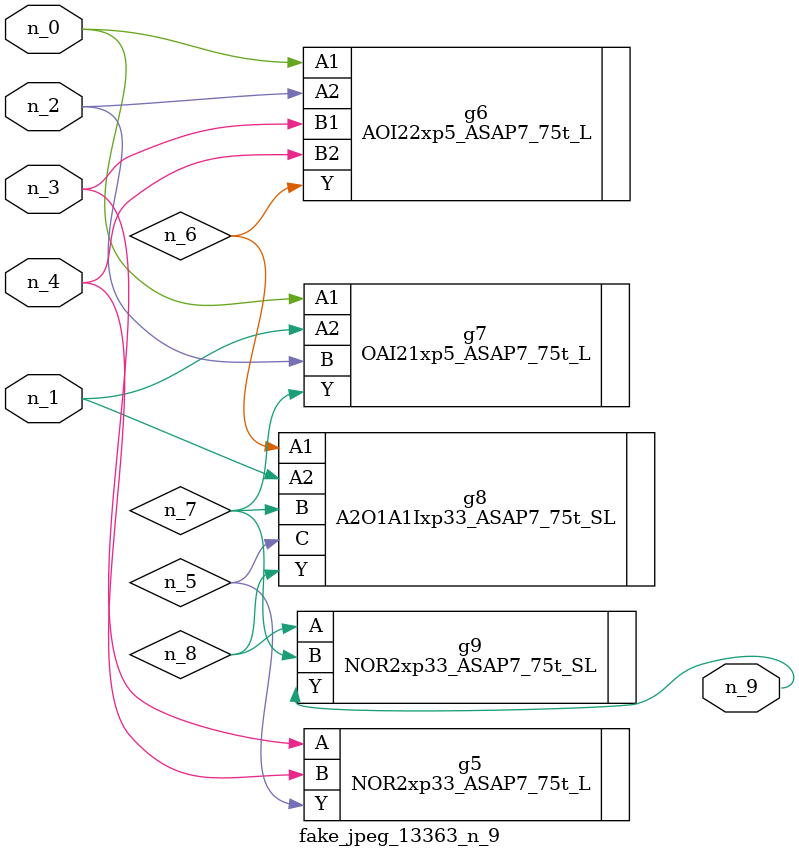
<source format=v>
module fake_jpeg_13363_n_9 (n_3, n_2, n_1, n_0, n_4, n_9);

input n_3;
input n_2;
input n_1;
input n_0;
input n_4;

output n_9;

wire n_8;
wire n_6;
wire n_5;
wire n_7;

NOR2xp33_ASAP7_75t_L g5 ( 
.A(n_3),
.B(n_4),
.Y(n_5)
);

AOI22xp5_ASAP7_75t_L g6 ( 
.A1(n_0),
.A2(n_2),
.B1(n_3),
.B2(n_4),
.Y(n_6)
);

OAI21xp5_ASAP7_75t_L g7 ( 
.A1(n_0),
.A2(n_1),
.B(n_2),
.Y(n_7)
);

A2O1A1Ixp33_ASAP7_75t_SL g8 ( 
.A1(n_6),
.A2(n_1),
.B(n_7),
.C(n_5),
.Y(n_8)
);

NOR2xp33_ASAP7_75t_SL g9 ( 
.A(n_8),
.B(n_7),
.Y(n_9)
);


endmodule
</source>
